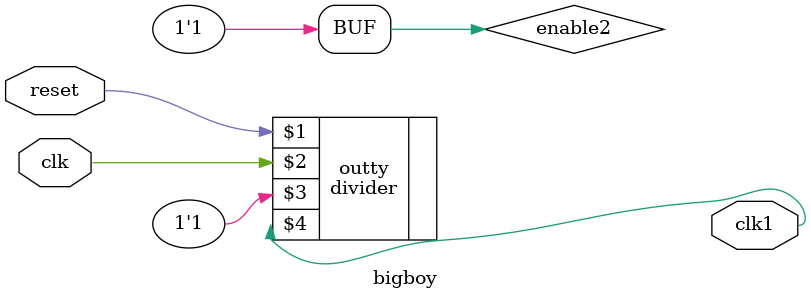
<source format=v>
`timescale 1ns / 1ps

module bigboy(input clk,input reset,output clk1);
wire enable2 =1'b1;
//clk_wiz_0 firstclk(.clk_in1(Clk),.clk_out1(clk1));

divider outty( reset,clk, enable2, clk1);

endmodule


</source>
